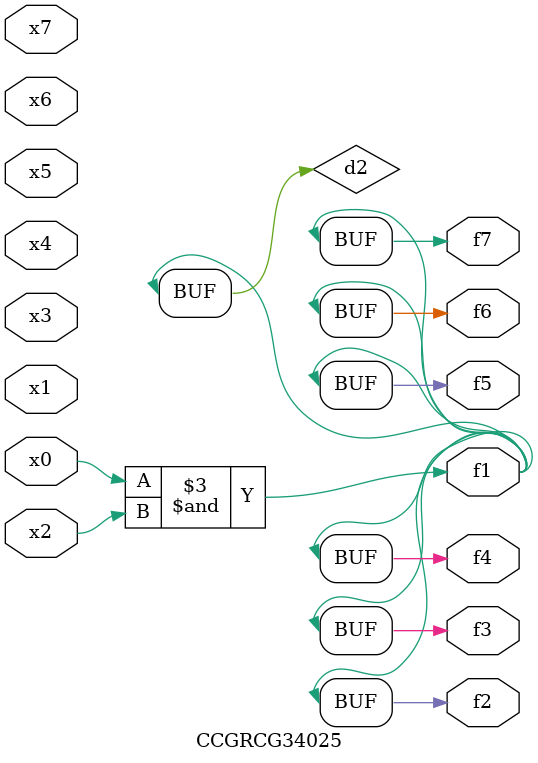
<source format=v>
module CCGRCG34025(
	input x0, x1, x2, x3, x4, x5, x6, x7,
	output f1, f2, f3, f4, f5, f6, f7
);

	wire d1, d2;

	nor (d1, x3, x6);
	and (d2, x0, x2);
	assign f1 = d2;
	assign f2 = d2;
	assign f3 = d2;
	assign f4 = d2;
	assign f5 = d2;
	assign f6 = d2;
	assign f7 = d2;
endmodule

</source>
